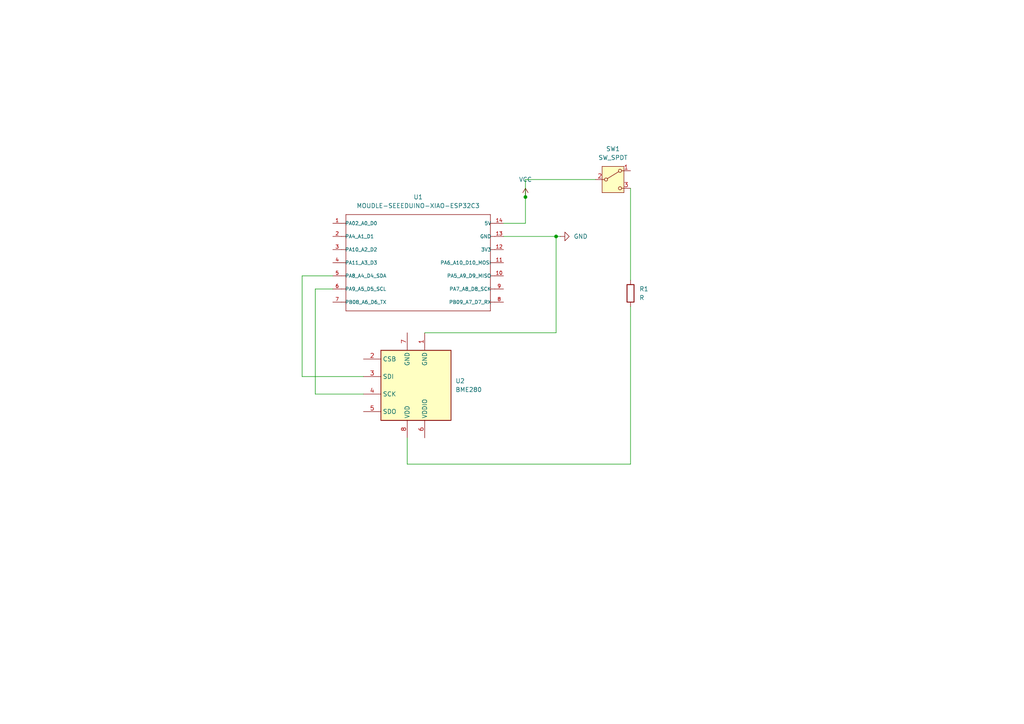
<source format=kicad_sch>
(kicad_sch (version 20231120) (generator "eeschema") (generator_version "8.0")
  (paper "A4")
  (title_block (title "kombucha sensor pcb") (date "2025-01-25") (rev "v1.0") (company "Chang Li"))
  (lib_symbols
    (symbol "Device:R" (pin_numbers hide) (pin_names (offset 0))
      (property "Reference" "R" (at 2.032 0 90))
      (property "Value" "R" (at 0 0 90))
      (symbol "R_0_1"
        (rectangle (start -1.016 -2.54) (end 1.016 2.54) (stroke (width 0.254)))
      )
      (symbol "R_1_1"
        (pin passive line (at 0 3.81 270) (length 1.27) (name "~") (number "1"))
        (pin passive line (at 0 -3.81 90) (length 1.27) (name "~") (number "2"))
      )
    )
    (symbol "ESP32 XIAO:MOUDLE-SEEEDUINO-XIAO-ESP32C3" (pin_names (offset 1.016))
      (property "Reference" "U" (at -21.59 15.24 0))
      (property "Value" "MOUDLE-SEEEDUINO-XIAO-ESP32C3" (at -21.59 13.97 0))
      (symbol "MOUDLE-SEEEDUINO-XIAO-ESP32C3_0_0"
        (polyline (pts (xy -21.59 -13.97) (xy -21.59 0)) (stroke (width 0.1524)))
        (polyline (pts (xy -21.59 -11.43) (xy -22.86 -11.43)) (stroke (width 0.1524)))
        (polyline (pts (xy -21.59 -7.62) (xy -22.86 -7.62)) (stroke (width 0.1524)))
        (polyline (pts (xy -21.59 -3.81) (xy -22.86 -3.81)) (stroke (width 0.1524)))
        (polyline (pts (xy -21.59 0) (xy -22.86 0)) (stroke (width 0.1524)))
        (polyline (pts (xy -21.59 0) (xy -21.59 3.81)) (stroke (width 0.1524)))
        (polyline (pts (xy -21.59 3.81) (xy -22.86 3.81)) (stroke (width 0.1524)))
        (polyline (pts (xy -21.59 3.81) (xy -21.59 7.62)) (stroke (width 0.1524)))
        (polyline (pts (xy -21.59 7.62) (xy -22.86 7.62)) (stroke (width 0.1524)))
        (polyline (pts (xy -21.59 7.62) (xy -21.59 11.43)) (stroke (width 0.1524)))
        (polyline (pts (xy -21.59 11.43) (xy -22.86 11.43)) (stroke (width 0.1524)))
        (polyline (pts (xy -21.59 11.43) (xy -21.59 13.97)) (stroke (width 0.1524)))
        (polyline (pts (xy -21.59 13.97) (xy 20.32 13.97)) (stroke (width 0.1524)))
        (polyline (pts (xy 20.32 -13.97) (xy -21.59 -13.97)) (stroke (width 0.1524)))
        (polyline (pts (xy 20.32 3.81) (xy 20.32 -13.97)) (stroke (width 0.1524)))
        (polyline (pts (xy 20.32 7.62) (xy 20.32 3.81)) (stroke (width 0.1524)))
        (polyline (pts (xy 20.32 11.43) (xy 20.32 7.62)) (stroke (width 0.1524)))
        (polyline (pts (xy 20.32 13.97) (xy 20.32 11.43)) (stroke (width 0.1524)))
        (polyline (pts (xy 21.59 -11.43) (xy 20.32 -11.43)) (stroke (width 0.1524)))
        (polyline (pts (xy 21.59 -7.62) (xy 20.32 -7.62)) (stroke (width 0.1524)))
        (polyline (pts (xy 21.59 -3.81) (xy 20.32 -3.81)) (stroke (width 0.1524)))
        (polyline (pts (xy 21.59 0) (xy 20.32 0)) (stroke (width 0.1524)))
        (polyline (pts (xy 21.59 3.81) (xy 20.32 3.81)) (stroke (width 0.1524)))
        (polyline (pts (xy 21.59 7.62) (xy 20.32 7.62)) (stroke (width 0.1524)))
        (polyline (pts (xy 21.59 11.43) (xy 20.32 11.43)) (stroke (width 0.1524)))
        (pin bidirectional line (at -25.4 11.43 0) (length 2.54) (name "PA02_A0_D0") (number "1"))
        (pin bidirectional line (at 24.13 -3.81 180) (length 2.54) (name "PA5_A9_D9_MISO") (number "10"))
        (pin bidirectional line (at 24.13 0 180) (length 2.54) (name "PA6_A10_D10_MOSI") (number "11"))
        (pin bidirectional line (at 24.13 3.81 180) (length 2.54) (name "3V3") (number "12"))
        (pin bidirectional line (at 24.13 7.62 180) (length 2.54) (name "GND") (number "13"))
        (pin bidirectional line (at 24.13 11.43 180) (length 2.54) (name "5V") (number "14"))
        (pin bidirectional line (at -25.4 7.62 0) (length 2.54) (name "PA4_A1_D1") (number "2"))
        (pin bidirectional line (at -25.4 3.81 0) (length 2.54) (name "PA10_A2_D2") (number "3"))
        (pin bidirectional line (at -25.4 0 0) (length 2.54) (name "PA11_A3_D3") (number "4"))
        (pin bidirectional line (at -25.4 -3.81 0) (length 2.54) (name "PA8_A4_D4_SDA") (number "5"))
        (pin bidirectional line (at -25.4 -7.62 0) (length 2.54) (name "PA9_A5_D5_SCL") (number "6"))
        (pin bidirectional line (at -25.4 -11.43 0) (length 2.54) (name "PB08_A6_D6_TX") (number "7"))
        (pin bidirectional line (at 24.13 -11.43 180) (length 2.54) (name "PB09_A7_D7_RX") (number "8"))
        (pin bidirectional line (at 24.13 -7.62 180) (length 2.54) (name "PA7_A8_D8_SCK") (number "9"))
      )
    )
    (symbol "Sensor:BME280"
      (property "Reference" "U" (at -8.89 11.43 0))
      (property "Value" "BME280" (at 7.62 11.43 0))
      (symbol "BME280_0_1"
        (rectangle (start -10.16 10.16) (end 10.16 -10.16) (stroke (width 0.254)) (fill (type background)))
      )
      (symbol "BME280_1_1"
        (pin power_in line (at -2.54 -15.24 90) (length 5.08) (name "GND") (number "1"))
        (pin input line (at 15.24 -7.62 180) (length 5.08) (name "CSB") (number "2"))
        (pin bidirectional line (at 15.24 -2.54 180) (length 5.08) (name "SDI") (number "3"))
        (pin input line (at 15.24 2.54 180) (length 5.08) (name "SCK") (number "4"))
        (pin bidirectional line (at 15.24 7.62 180) (length 5.08) (name "SDO") (number "5"))
        (pin power_in line (at -2.54 15.24 270) (length 5.08) (name "VDDIO") (number "6"))
        (pin power_in line (at 2.54 -15.24 90) (length 5.08) (name "GND") (number "7"))
        (pin power_in line (at 2.54 15.24 270) (length 5.08) (name "VDD") (number "8"))
      )
    )
    (symbol "Switch:SW_SPDT" (pin_names (offset 0) hide)
      (property "Reference" "SW" (at 0 5.08 0))
      (property "Value" "SW_SPDT" (at 0 -5.08 0))
      (symbol "SW_SPDT_0_1"
        (circle (center -2.032 0) (radius 0.4572))
        (polyline (pts (xy -1.651 0.254) (xy 1.651 2.286)))
        (circle (center 2.032 -2.54) (radius 0.4572))
        (circle (center 2.032 2.54) (radius 0.4572))
      )
      (symbol "SW_SPDT_1_1"
        (rectangle (start -3.175 3.81) (end 3.175 -3.81) (fill (type background)))
        (pin passive line (at 5.08 2.54 180) (length 2.54) (name "A") (number "1"))
        (pin passive line (at -5.08 0 0) (length 2.54) (name "B") (number "2"))
        (pin passive line (at 5.08 -2.54 180) (length 2.54) (name "C") (number "3"))
      )
    )
    (symbol "power:GND" (power) (pin_numbers hide) (pin_names (offset 0) hide)
      (property "Value" "GND" (at 0 -3.81 0))
      (symbol "GND_0_1"
        (polyline (pts (xy 0 0) (xy 0 -1.27) (xy 1.27 -1.27) (xy 0 -2.54) (xy -1.27 -1.27) (xy 0 -1.27)))
      )
      (symbol "GND_1_1"
        (pin power_in line (at 0 0 270) (length 0) (name "~") (number "1"))
      )
    )
    (symbol "power:VCC" (power) (pin_numbers hide) (pin_names (offset 0) hide)
      (property "Value" "VCC" (at 0 3.556 0))
      (symbol "VCC_0_1"
        (polyline (pts (xy -0.762 1.27) (xy 0 2.54)))
        (polyline (pts (xy 0 0) (xy 0 2.54)))
        (polyline (pts (xy 0 2.54) (xy 0.762 1.27)))
      )
      (symbol "VCC_1_1"
        (pin power_in line (at 0 0 90) (length 0) (name "~") (number "1"))
      )
    )
  )
  (junction (at 152.4 57.15))
  (junction (at 161.29 68.58))
  (wire (pts (xy 96.52 83.82) (xy 91.44 83.82)))
  (wire (pts (xy 182.88 88.9) (xy 182.88 134.62)))
  (wire (pts (xy 146.05 64.77) (xy 152.4 64.77)))
  (wire (pts (xy 152.4 57.15) (xy 152.4 52.07)))
  (wire (pts (xy 87.63 109.22) (xy 105.41 109.22)))
  (wire (pts (xy 118.11 127) (xy 118.11 134.62)))
  (wire (pts (xy 152.4 64.77) (xy 152.4 57.15)))
  (wire (pts (xy 96.52 80.01) (xy 87.63 80.01)))
  (wire (pts (xy 123.19 96.52) (xy 161.29 96.52)))
  (wire (pts (xy 161.29 68.58) (xy 162.56 68.58)))
  (wire (pts (xy 182.88 54.61) (xy 182.88 81.28)))
  (wire (pts (xy 87.63 80.01) (xy 87.63 109.22)))
  (wire (pts (xy 161.29 68.58) (xy 161.29 96.52)))
  (wire (pts (xy 91.44 114.3) (xy 105.41 114.3)))
  (wire (pts (xy 146.05 68.58) (xy 161.29 68.58)))
  (wire (pts (xy 182.88 134.62) (xy 118.11 134.62)))
  (wire (pts (xy 91.44 83.82) (xy 91.44 114.3)))
  (wire (pts (xy 152.4 52.07) (xy 172.72 52.07)))
  (symbol (lib_id "power:GND") (at 162.56 68.58 90) (unit 1)
    (property "Reference" "#PWR02" (effects (hide yes)))
    (property "Value" "GND" (at 166.37 68.5799 90) (effects (justify right)))
    (property "Description" "Power symbol creates a global label with name \"GND\" , ground" (effects (hide yes)))
  )
  (symbol (lib_id "power:VCC") (at 152.4 57.15 0) (unit 1)
    (property "Reference" "#PWR01" (effects (hide yes)))
    (property "Value" "VCC" (at 152.4 52.07 0))
    (property "Description" "Power symbol creates a global label with name \"VCC\"" (effects (hide yes)))
  )
  (symbol (lib_id "ESP32 XIAO:MOUDLE-SEEEDUINO-XIAO-ESP32C3") (at 121.92 76.2 0) (unit 1)
    (property "Reference" "U1" (at 121.285 57.15 0))
    (property "Value" "MOUDLE-SEEEDUINO-XIAO-ESP32C3" (at 121.285 59.69 0))
    (property "Footprint" "MOUDLE14P-SMD-2.54-21X17.8MM" (effects (hide yes)))
  )
  (symbol (lib_id "Switch:SW_SPDT") (at 177.8 52.07 0) (unit 1)
    (property "Reference" "SW1" (at 177.8 43.18 0))
    (property "Value" "SW_SPDT" (at 177.8 45.72 0))
    (property "Description" "Switch, single pole double throw" (effects (hide yes)))
  )
  (symbol (lib_id "Sensor:BME280") (at 120.65 111.76 180) (unit 1)
    (property "Reference" "U2" (at 132.08 110.4899 0) (effects (justify right)))
    (property "Value" "BME280" (at 132.08 113.0299 0) (effects (justify right)))
    (property "Footprint" "Package_LGA:Bosch_LGA-8_2.5x2.5mm_P0.65mm_ClockwisePinNumbering" (effects (hide yes)))
    (property "Datasheet" "https://www.bosch-sensortec.com/media/boschsensortec/downloads/datasheets/bst-bme280-ds002.pdf" (effects (hide yes)))
    (property "Description" "3-in-1 sensor, humidity, pressure, temperature, I2C and SPI interface, 1.71-3.6V, LGA-8" (effects (hide yes)))
  )
  (symbol (lib_id "Device:R") (at 182.88 85.09 0) (unit 1)
    (property "Reference" "R1" (at 185.42 83.8199 0) (effects (justify left)))
    (property "Value" "R" (at 185.42 86.3599 0) (effects (justify left)))
    (property "Description" "Resistor" (effects (hide yes)))
  )
)
</source>
